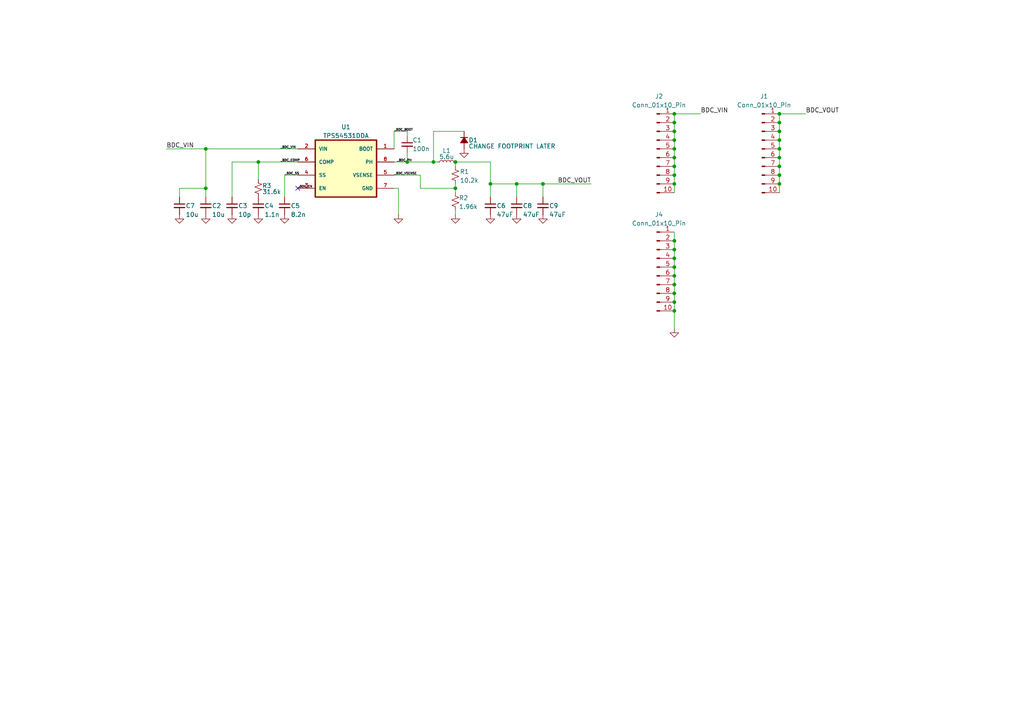
<source format=kicad_sch>
(kicad_sch (version 20250114) (generator "eeschema") (generator_version "9.0")
  (paper "A4")
  (lib_symbols
    (symbol "Connector:Conn_01x10_Pin" (pin_names (offset 1.016) (hide yes))
      (property "Reference" "J" (at 0 12.7 0))
      (property "Value" "Conn_01x10_Pin" (at 0 -15.24 0))
      (symbol "Conn_01x10_Pin_1_1"
        (rectangle (start 0.8636 10.287) (end 0 10.033) (stroke (width 0.1524)) (fill (type outline)))
        (rectangle (start 0.8636 7.747) (end 0 7.493) (stroke (width 0.1524)) (fill (type outline)))
        (rectangle (start 0.8636 5.207) (end 0 4.953) (stroke (width 0.1524)) (fill (type outline)))
        (rectangle (start 0.8636 2.667) (end 0 2.413) (stroke (width 0.1524)) (fill (type outline)))
        (rectangle (start 0.8636 0.127) (end 0 -0.127) (stroke (width 0.1524)) (fill (type outline)))
        (rectangle (start 0.8636 -2.413) (end 0 -2.667) (stroke (width 0.1524)) (fill (type outline)))
        (rectangle (start 0.8636 -4.953) (end 0 -5.207) (stroke (width 0.1524)) (fill (type outline)))
        (rectangle (start 0.8636 -7.493) (end 0 -7.747) (stroke (width 0.1524)) (fill (type outline)))
        (rectangle (start 0.8636 -10.033) (end 0 -10.287) (stroke (width 0.1524)) (fill (type outline)))
        (rectangle (start 0.8636 -12.573) (end 0 -12.827) (stroke (width 0.1524)) (fill (type outline)))
        (polyline (pts (xy 1.27 10.16) (xy 0.8636 10.16)) (stroke (width 0.1524)))
        (polyline (pts (xy 1.27 7.62) (xy 0.8636 7.62)) (stroke (width 0.1524)))
        (polyline (pts (xy 1.27 5.08) (xy 0.8636 5.08)) (stroke (width 0.1524)))
        (polyline (pts (xy 1.27 2.54) (xy 0.8636 2.54)) (stroke (width 0.1524)))
        (polyline (pts (xy 1.27 0) (xy 0.8636 0)) (stroke (width 0.1524)))
        (polyline (pts (xy 1.27 -2.54) (xy 0.8636 -2.54)) (stroke (width 0.1524)))
        (polyline (pts (xy 1.27 -5.08) (xy 0.8636 -5.08)) (stroke (width 0.1524)))
        (polyline (pts (xy 1.27 -7.62) (xy 0.8636 -7.62)) (stroke (width 0.1524)))
        (polyline (pts (xy 1.27 -10.16) (xy 0.8636 -10.16)) (stroke (width 0.1524)))
        (polyline (pts (xy 1.27 -12.7) (xy 0.8636 -12.7)) (stroke (width 0.1524)))
        (pin passive line (at 5.08 10.16 180) (length 3.81) (name "Pin_1") (number "1"))
        (pin passive line (at 5.08 7.62 180) (length 3.81) (name "Pin_2") (number "2"))
        (pin passive line (at 5.08 5.08 180) (length 3.81) (name "Pin_3") (number "3"))
        (pin passive line (at 5.08 2.54 180) (length 3.81) (name "Pin_4") (number "4"))
        (pin passive line (at 5.08 0 180) (length 3.81) (name "Pin_5") (number "5"))
        (pin passive line (at 5.08 -2.54 180) (length 3.81) (name "Pin_6") (number "6"))
        (pin passive line (at 5.08 -5.08 180) (length 3.81) (name "Pin_7") (number "7"))
        (pin passive line (at 5.08 -7.62 180) (length 3.81) (name "Pin_8") (number "8"))
        (pin passive line (at 5.08 -10.16 180) (length 3.81) (name "Pin_9") (number "9"))
        (pin passive line (at 5.08 -12.7 180) (length 3.81) (name "Pin_10") (number "10"))
      )
    )
    (symbol "Device:C_Small" (pin_numbers (hide yes)) (pin_names (offset 0.254) (hide yes))
      (property "Reference" "C" (at 0.254 1.778 0))
      (property "Value" "C_Small" (at 0.254 -2.032 0))
      (symbol "C_Small_0_1"
        (polyline (pts (xy -1.524 0.508) (xy 1.524 0.508)) (stroke (width 0.3048)))
        (polyline (pts (xy -1.524 -0.508) (xy 1.524 -0.508)) (stroke (width 0.3302)))
      )
      (symbol "C_Small_1_1"
        (pin passive line (at 0 2.54 270) (length 2.032) (name "~") (number "1"))
        (pin passive line (at 0 -2.54 90) (length 2.032) (name "~") (number "2"))
      )
    )
    (symbol "Device:D_Small_Filled" (pin_numbers (hide yes)) (pin_names (offset 0.254) (hide yes))
      (property "Reference" "D" (at -1.27 2.032 0))
      (property "Value" "D_Small_Filled" (at -3.81 -2.032 0))
      (symbol "D_Small_Filled_0_1"
        (polyline (pts (xy -0.762 0) (xy 0.762 0)))
        (polyline (pts (xy -0.762 -1.016) (xy -0.762 1.016)) (stroke (width 0.254)))
        (polyline (pts (xy 0.762 -1.016) (xy -0.762 0) (xy 0.762 1.016) (xy 0.762 -1.016)) (stroke (width 0.254)) (fill (type outline)))
      )
      (symbol "D_Small_Filled_1_1"
        (pin passive line (at -2.54 0 0) (length 1.778) (name "K") (number "1"))
        (pin passive line (at 2.54 0 180) (length 1.778) (name "A") (number "2"))
      )
    )
    (symbol "Device:L_Small" (pin_numbers (hide yes)) (pin_names (offset 0.254) (hide yes))
      (property "Reference" "L" (at 0.762 1.016 0))
      (property "Value" "L_Small" (at 0.762 -1.016 0))
      (symbol "L_Small_0_1"
        (arc (start 0 2.032) (mid 0.5058 1.524) (end 0 1.016))
        (arc (start 0 1.016) (mid 0.5058 0.508) (end 0 0))
        (arc (start 0 0) (mid 0.5058 -0.508) (end 0 -1.016))
        (arc (start 0 -1.016) (mid 0.5058 -1.524) (end 0 -2.032))
      )
      (symbol "L_Small_1_1"
        (pin passive line (at 0 2.54 270) (length 0.508) (name "~") (number "1"))
        (pin passive line (at 0 -2.54 90) (length 0.508) (name "~") (number "2"))
      )
    )
    (symbol "Device:R_Small_US" (pin_numbers (hide yes)) (pin_names (offset 0.254) (hide yes))
      (property "Reference" "R" (at 0.762 0.508 0))
      (property "Value" "R_Small_US" (at 0.762 -1.016 0))
      (symbol "R_Small_US_1_1"
        (polyline (pts (xy 0 1.524) (xy 1.016 1.143) (xy 0 0.762) (xy -1.016 0.381) (xy 0 0)))
        (polyline (pts (xy 0 0) (xy 1.016 -0.381) (xy 0 -0.762) (xy -1.016 -1.143) (xy 0 -1.524)))
        (pin passive line (at 0 2.54 270) (length 1.016) (name "~") (number "1"))
        (pin passive line (at 0 -2.54 90) (length 1.016) (name "~") (number "2"))
      )
    )
    (symbol "TPS54531DDA:TPS54531DDA" (pin_names (offset 1.016))
      (property "Reference" "U" (at -0.762 9.652 0))
      (property "Value" "TPS54531DDA" (at -6.604 7.874 0))
      (symbol "TPS54531DDA_0_0"
        (rectangle (start -8.89 7.62) (end 8.89 -8.89) (stroke (width 0.41)) (fill (type background)))
        (pin input line (at -13.97 5.08 0) (length 5.08) (name "VIN") (number "2"))
        (pin output line (at -13.97 1.27 0) (length 5.08) (name "COMP") (number "6"))
        (pin input line (at -13.97 -2.54 0) (length 5.08) (name "SS") (number "4"))
        (pin input line (at -13.97 -6.35 0) (length 5.08) (name "EN") (number "3"))
        (pin output line (at 13.97 5.08 180) (length 5.08) (name "BOOT") (number "1"))
        (pin output line (at 13.97 1.27 180) (length 5.08) (name "PH") (number "8"))
        (pin input line (at 13.97 -2.54 180) (length 5.08) (name "VSENSE") (number "5"))
        (pin power_in line (at 13.97 -6.35 180) (length 5.08) (name "GND") (number "7"))
      )
    )
    (symbol "power_modified:GND" (power) (pin_numbers (hide yes)) (pin_names (offset 0) (hide yes))
      (symbol "GND_0_1"
        (polyline (pts (xy 0 0) (xy 0 -1.27) (xy 1.27 -1.27) (xy 0 -2.54) (xy -1.27 -1.27) (xy 0 -1.27)))
      )
      (symbol "GND_1_1"
        (pin power_in line (at 0 0 270) (length 0) (name "~") (number "1"))
      )
    )
  )
  (junction (at 195.58 87.63))
  (junction (at 226.06 48.26))
  (junction (at 195.58 33.02))
  (junction (at 157.48 53.34))
  (junction (at 195.58 35.56))
  (junction (at 195.58 80.01))
  (junction (at 195.58 48.26))
  (junction (at 132.08 54.61))
  (junction (at 195.58 90.17))
  (junction (at 149.86 53.34))
  (junction (at 226.06 45.72))
  (junction (at 195.58 85.09))
  (junction (at 59.69 54.61))
  (junction (at 195.58 40.64))
  (junction (at 226.06 40.64))
  (junction (at 132.08 46.99))
  (junction (at 195.58 45.72))
  (junction (at 195.58 69.85))
  (junction (at 226.06 50.8))
  (junction (at 195.58 38.1))
  (junction (at 195.58 77.47))
  (junction (at 226.06 43.18))
  (junction (at 195.58 72.39))
  (junction (at 74.93 46.99))
  (junction (at 125.73 46.99))
  (junction (at 195.58 43.18))
  (junction (at 226.06 53.34))
  (junction (at 118.11 46.99))
  (junction (at 195.58 74.93))
  (junction (at 59.69 43.18))
  (junction (at 195.58 53.34))
  (junction (at 195.58 50.8))
  (junction (at 226.06 33.02))
  (junction (at 226.06 35.56))
  (junction (at 195.58 82.55))
  (junction (at 226.06 38.1))
  (junction (at 142.24 53.34))
  (no_connect (at 86.36 54.61))
  (wire (pts (xy 226.06 53.34) (xy 226.06 55.88)))
  (wire (pts (xy 226.06 45.72) (xy 226.06 48.26)))
  (wire (pts (xy 118.11 38.1) (xy 114.3 38.1)))
  (wire (pts (xy 121.92 54.61) (xy 132.08 54.61)))
  (wire (pts (xy 82.55 57.15) (xy 82.55 50.8)))
  (wire (pts (xy 118.11 46.99) (xy 125.73 46.99)))
  (wire (pts (xy 195.58 90.17) (xy 195.58 95.25)))
  (wire (pts (xy 226.06 33.02) (xy 226.06 35.56)))
  (wire (pts (xy 195.58 33.02) (xy 195.58 35.56)))
  (wire (pts (xy 149.86 53.34) (xy 149.86 57.15)))
  (wire (pts (xy 195.58 69.85) (xy 195.58 72.39)))
  (wire (pts (xy 132.08 46.99) (xy 132.08 48.26)))
  (wire (pts (xy 149.86 53.34) (xy 157.48 53.34)))
  (wire (pts (xy 226.06 40.64) (xy 226.06 43.18)))
  (wire (pts (xy 226.06 38.1) (xy 226.06 40.64)))
  (wire (pts (xy 74.93 46.99) (xy 74.93 52.07)))
  (wire (pts (xy 82.55 50.8) (xy 86.36 50.8)))
  (wire (pts (xy 142.24 53.34) (xy 142.24 46.99)))
  (wire (pts (xy 195.58 45.72) (xy 195.58 48.26)))
  (wire (pts (xy 115.57 62.23) (xy 115.57 54.61)))
  (wire (pts (xy 226.06 50.8) (xy 226.06 53.34)))
  (wire (pts (xy 59.69 54.61) (xy 52.07 54.61)))
  (wire (pts (xy 195.58 72.39) (xy 195.58 74.93)))
  (wire (pts (xy 195.58 43.18) (xy 195.58 45.72)))
  (wire (pts (xy 121.92 50.8) (xy 121.92 54.61)))
  (wire (pts (xy 195.58 40.64) (xy 195.58 43.18)))
  (wire (pts (xy 195.58 82.55) (xy 195.58 85.09)))
  (wire (pts (xy 48.26 43.18) (xy 59.69 43.18)))
  (wire (pts (xy 226.06 35.56) (xy 226.06 38.1)))
  (wire (pts (xy 195.58 74.93) (xy 195.58 77.47)))
  (wire (pts (xy 142.24 57.15) (xy 142.24 53.34)))
  (wire (pts (xy 118.11 46.99) (xy 118.11 44.45)))
  (wire (pts (xy 233.68 33.02) (xy 226.06 33.02)))
  (wire (pts (xy 171.45 53.34) (xy 157.48 53.34)))
  (wire (pts (xy 115.57 54.61) (xy 114.3 54.61)))
  (wire (pts (xy 195.58 38.1) (xy 195.58 40.64)))
  (wire (pts (xy 52.07 54.61) (xy 52.07 57.15)))
  (wire (pts (xy 226.06 43.18) (xy 226.06 45.72)))
  (wire (pts (xy 67.31 46.99) (xy 74.93 46.99)))
  (wire (pts (xy 114.3 50.8) (xy 121.92 50.8)))
  (wire (pts (xy 195.58 87.63) (xy 195.58 90.17)))
  (wire (pts (xy 195.58 33.02) (xy 203.2 33.02)))
  (wire (pts (xy 132.08 54.61) (xy 132.08 55.88)))
  (wire (pts (xy 149.86 53.34) (xy 142.24 53.34)))
  (wire (pts (xy 195.58 80.01) (xy 195.58 82.55)))
  (wire (pts (xy 195.58 67.31) (xy 195.58 69.85)))
  (wire (pts (xy 195.58 35.56) (xy 195.58 38.1)))
  (wire (pts (xy 132.08 62.23) (xy 132.08 60.96)))
  (wire (pts (xy 195.58 48.26) (xy 195.58 50.8)))
  (wire (pts (xy 195.58 77.47) (xy 195.58 80.01)))
  (wire (pts (xy 125.73 46.99) (xy 127 46.99)))
  (wire (pts (xy 74.93 46.99) (xy 86.36 46.99)))
  (wire (pts (xy 195.58 53.34) (xy 195.58 55.88)))
  (wire (pts (xy 59.69 43.18) (xy 59.69 54.61)))
  (wire (pts (xy 118.11 39.37) (xy 118.11 38.1)))
  (wire (pts (xy 226.06 48.26) (xy 226.06 50.8)))
  (wire (pts (xy 114.3 46.99) (xy 118.11 46.99)))
  (wire (pts (xy 125.73 38.1) (xy 134.62 38.1)))
  (wire (pts (xy 142.24 46.99) (xy 132.08 46.99)))
  (wire (pts (xy 125.73 38.1) (xy 125.73 46.99)))
  (wire (pts (xy 59.69 43.18) (xy 86.36 43.18)))
  (wire (pts (xy 67.31 57.15) (xy 67.31 46.99)))
  (wire (pts (xy 195.58 50.8) (xy 195.58 53.34)))
  (wire (pts (xy 132.08 53.34) (xy 132.08 54.61)))
  (wire (pts (xy 195.58 85.09) (xy 195.58 87.63)))
  (wire (pts (xy 59.69 54.61) (xy 59.69 57.15)))
  (wire (pts (xy 157.48 57.15) (xy 157.48 53.34)))
  (wire (pts (xy 114.3 38.1) (xy 114.3 43.18)))
  (label "BDC_VOUT" (at 171.45 53.34 180))
  (label "_BDC_BOOT" (at 114.3 38.1 0) (effects (font (size 0.635 0.635))))
  (label "_BDC_PH" (at 115.1178 46.99 0) (effects (font (size 0.635 0.635))))
  (label "_BDC_VIN" (at 81.28 43.18 0) (effects (font (size 0.635 0.635))))
  (label "BDC_VIN" (at 48.26 43.18 0))
  (label "_BDC_EN" (at 86.36 54.61 0) (effects (font (size 0.635 0.635))))
  (label "BDC_VOUT" (at 233.68 33.02 0))
  (label "_BDC_VSENSE" (at 114.3 50.8 0) (effects (font (size 0.635 0.635))))
  (label "_BDC_SS" (at 82.55 50.8 0) (effects (font (size 0.635 0.635))))
  (label "BDC_VIN" (at 203.2 33.02 0))
  (label "_BDC_COMP" (at 81.28 46.99 0) (effects (font (size 0.635 0.635))))
  (symbol (lib_id "Connector:Conn_01x10_Pin") (at 190.5 43.18 0) (unit 1)
    (property "Reference" "J2" (at 191.135 27.94 0))
    (property "Value" "Conn_01x10_Pin" (at 191.135 30.48 0))
    (property "Footprint" "Connector_PinHeader_2.54mm:PinHeader_1x10_P2.54mm_Vertical" (effects (hide yes)))
    (property "Description" "Generic connector, single row, 01x10, script generated" (effects (hide yes)))
  )
  (symbol (lib_id "Device:C_Small") (at 82.55 59.69 0) (unit 1)
    (property "Reference" "C5" (at 84.328 59.69 0) (effects (justify left)))
    (property "Value" "8.2n" (at 84.328 62.23 0) (effects (justify left)))
    (property "Footprint" "Capacitor_SMD:C_0805_2012Metric" (effects (hide yes)))
    (property "Description" "Unpolarized capacitor, small symbol" (effects (hide yes)))
  )
  (symbol (lib_id "power_modified:GND") (at 59.69 62.23 0) (unit 1)
    (property "Reference" "#PWR07" (effects (hide yes)))
    (property "Value" "GND" (effects (hide yes)))
    (property "Description" "Power symbol creates a global label with name \"GND\" , ground" (effects (hide yes)))
  )
  (symbol (lib_id "Device:C_Small") (at 67.31 59.69 0) (unit 1)
    (property "Reference" "C3" (at 69.088 59.69 0) (effects (justify left)))
    (property "Value" "10p" (at 69.088 62.23 0) (effects (justify left)))
    (property "Footprint" "Capacitor_SMD:C_0805_2012Metric" (effects (hide yes)))
    (property "Description" "Unpolarized capacitor, small symbol" (effects (hide yes)))
  )
  (symbol (lib_id "Connector:Conn_01x10_Pin") (at 220.98 43.18 0) (unit 1)
    (property "Reference" "J1" (at 221.615 27.94 0))
    (property "Value" "Conn_01x10_Pin" (at 221.615 30.48 0))
    (property "Footprint" "Connector_PinHeader_2.54mm:PinHeader_1x10_P2.54mm_Vertical" (effects (hide yes)))
    (property "Description" "Generic connector, single row, 01x10, script generated" (effects (hide yes)))
  )
  (symbol (lib_id "power_modified:GND") (at 149.86 62.23 0) (unit 1)
    (property "Reference" "#PWR010" (effects (hide yes)))
    (property "Value" "GND" (effects (hide yes)))
    (property "Description" "Power symbol creates a global label with name \"GND\" , ground" (effects (hide yes)))
  )
  (symbol (lib_id "power_modified:GND") (at 134.62 43.18 0) (unit 1)
    (property "Reference" "#PWR01" (effects (hide yes)))
    (property "Value" "GND" (effects (hide yes)))
    (property "Description" "Power symbol creates a global label with name \"GND\" , ground" (effects (hide yes)))
  )
  (symbol (lib_id "power_modified:GND") (at 195.58 95.25 0) (unit 1)
    (property "Reference" "#PWR012" (effects (hide yes)))
    (property "Value" "GND" (effects (hide yes)))
    (property "Description" "Power symbol creates a global label with name \"GND\" , ground" (effects (hide yes)))
  )
  (symbol (lib_id "Device:C_Small") (at 59.69 59.69 0) (unit 1)
    (property "Reference" "C2" (at 61.468 59.69 0) (effects (justify left)))
    (property "Value" "10u" (at 61.468 62.23 0) (effects (justify left)))
    (property "Footprint" "Capacitor_SMD:C_0805_2012Metric" (effects (hide yes)))
    (property "Description" "Unpolarized capacitor, small symbol" (effects (hide yes)))
  )
  (symbol (lib_id "Device:R_Small_US") (at 132.08 58.42 0) (unit 1)
    (property "Reference" "R2" (at 133.096 57.404 0) (effects (justify left)))
    (property "Value" "1.96k" (at 133.096 59.944 0) (effects (justify left)))
    (property "Footprint" "Resistor_SMD:R_0805_2012Metric" (effects (hide yes)))
    (property "Description" "Resistor, small US symbol" (effects (hide yes)))
  )
  (symbol (lib_id "Device:C_Small") (at 157.48 59.69 0) (unit 1)
    (property "Reference" "C9" (at 159.258 59.69 0) (effects (justify left)))
    (property "Value" "47uF" (at 159.258 62.23 0) (effects (justify left)))
    (property "Footprint" "Capacitor_SMD:C_0805_2012Metric" (effects (hide yes)))
    (property "Description" "Unpolarized capacitor, small symbol" (effects (hide yes)))
  )
  (symbol (lib_id "power_modified:GND") (at 74.93 62.23 0) (unit 1)
    (property "Reference" "#PWR05" (effects (hide yes)))
    (property "Value" "GND" (effects (hide yes)))
    (property "Description" "Power symbol creates a global label with name \"GND\" , ground" (effects (hide yes)))
  )
  (symbol (lib_id "power_modified:GND") (at 115.57 62.23 0) (unit 1)
    (property "Reference" "#PWR03" (effects (hide yes)))
    (property "Value" "GND" (effects (hide yes)))
    (property "Description" "Power symbol creates a global label with name \"GND\" , ground" (effects (hide yes)))
  )
  (symbol (lib_id "Device:R_Small_US") (at 132.08 50.8 0) (unit 1)
    (property "Reference" "R1" (at 133.35 49.784 0) (effects (justify left)))
    (property "Value" "10.2k" (at 133.35 52.324 0) (effects (justify left)))
    (property "Footprint" "Resistor_SMD:R_0805_2012Metric" (effects (hide yes)))
    (property "Description" "Resistor, small US symbol" (effects (hide yes)))
  )
  (symbol (lib_id "power_modified:GND") (at 142.24 62.23 0) (unit 1)
    (property "Reference" "#PWR09" (effects (hide yes)))
    (property "Value" "GND" (effects (hide yes)))
    (property "Description" "Power symbol creates a global label with name \"GND\" , ground" (effects (hide yes)))
  )
  (symbol (lib_id "Device:L_Small") (at 129.54 46.99 90) (unit 1)
    (property "Reference" "L1" (at 129.54 43.688 90))
    (property "Value" "5.6u" (at 129.54 45.466 90))
    (property "Footprint" "Inductor_SMD:L_APV_ANR4018" (effects (hide yes)))
    (property "Description" "Inductor, small symbol" (effects (hide yes)))
  )
  (symbol (lib_id "Connector:Conn_01x10_Pin") (at 190.5 77.47 0) (unit 1)
    (property "Reference" "J4" (at 191.135 62.23 0))
    (property "Value" "Conn_01x10_Pin" (at 191.135 64.77 0))
    (property "Footprint" "Connector_PinHeader_2.54mm:PinHeader_1x10_P2.54mm_Vertical" (effects (hide yes)))
    (property "Description" "Generic connector, single row, 01x10, script generated" (effects (hide yes)))
  )
  (symbol (lib_id "Device:C_Small") (at 142.24 59.69 0) (unit 1)
    (property "Reference" "C6" (at 144.018 59.69 0) (effects (justify left)))
    (property "Value" "47uF" (at 144.018 62.23 0) (effects (justify left)))
    (property "Footprint" "Capacitor_SMD:C_0805_2012Metric" (effects (hide yes)))
    (property "Description" "Unpolarized capacitor, small symbol" (effects (hide yes)))
  )
  (symbol (lib_id "power_modified:GND") (at 157.48 62.23 0) (unit 1)
    (property "Reference" "#PWR011" (effects (hide yes)))
    (property "Value" "GND" (effects (hide yes)))
    (property "Description" "Power symbol creates a global label with name \"GND\" , ground" (effects (hide yes)))
  )
  (symbol (lib_id "power_modified:GND") (at 132.08 62.23 0) (unit 1)
    (property "Reference" "#PWR02" (effects (hide yes)))
    (property "Value" "GND" (effects (hide yes)))
    (property "Description" "Power symbol creates a global label with name \"GND\" , ground" (effects (hide yes)))
  )
  (symbol (lib_id "Device:R_Small_US") (at 74.93 54.61 180) (unit 1)
    (property "Reference" "R3" (at 78.74 53.848 0) (effects (justify left)))
    (property "Value" "31.6k" (at 81.534 55.626 0) (effects (justify left)))
    (property "Footprint" "Resistor_SMD:R_0805_2012Metric" (effects (hide yes)))
    (property "Description" "Resistor, small US symbol" (effects (hide yes)))
  )
  (symbol (lib_id "Device:C_Small") (at 74.93 59.69 0) (unit 1)
    (property "Reference" "C4" (at 76.708 59.69 0) (effects (justify left)))
    (property "Value" "1.1n" (at 76.708 62.23 0) (effects (justify left)))
    (property "Footprint" "Capacitor_SMD:C_0805_2012Metric" (effects (hide yes)))
    (property "Description" "Unpolarized capacitor, small symbol" (effects (hide yes)))
  )
  (symbol (lib_id "Device:D_Small_Filled") (at 134.62 40.64 270) (unit 1)
    (property "Reference" "D1" (at 135.89 40.64 90) (effects (justify left)))
    (property "Value" "CHANGE FOOTPRINT LATER" (at 135.89 42.418 90) (effects (justify left)))
    (property "Footprint" "Diode_SMD:D_0805_2012Metric" (effects (hide yes)))
    (property "Description" "Diode, small symbol, filled shape" (effects (hide yes)))
    (property "Sim.Device" "D" (effects (hide yes)))
    (property "Sim.Pins" "1=K 2=A" (effects (hide yes)))
  )
  (symbol (lib_id "TPS54531DDA:TPS54531DDA") (at 100.33 48.26 0) (unit 1)
    (property "Reference" "U1" (at 100.33 36.83 0))
    (property "Value" "TPS54531DDA" (at 100.33 39.37 0))
    (property "Footprint" "footprints:VREG_LM5017MR_NOPB" (effects (hide yes)))
  )
  (symbol (lib_id "Device:C_Small") (at 149.86 59.69 0) (unit 1)
    (property "Reference" "C8" (at 151.638 59.69 0) (effects (justify left)))
    (property "Value" "47uF" (at 151.638 62.23 0) (effects (justify left)))
    (property "Footprint" "Capacitor_SMD:C_0805_2012Metric" (effects (hide yes)))
    (property "Description" "Unpolarized capacitor, small symbol" (effects (hide yes)))
  )
  (symbol (lib_id "Device:C_Small") (at 118.11 41.91 0) (unit 1)
    (property "Reference" "C1" (at 119.634 40.64 0) (effects (justify left)))
    (property "Value" "100n" (at 119.634 43.18 0) (effects (justify left)))
    (property "Footprint" "Capacitor_SMD:C_0805_2012Metric" (effects (hide yes)))
    (property "Description" "Unpolarized capacitor, small symbol" (effects (hide yes)))
  )
  (symbol (lib_id "power_modified:GND") (at 82.55 62.23 0) (unit 1)
    (property "Reference" "#PWR04" (effects (hide yes)))
    (property "Value" "GND" (effects (hide yes)))
    (property "Description" "Power symbol creates a global label with name \"GND\" , ground" (effects (hide yes)))
  )
  (symbol (lib_id "Device:C_Small") (at 52.07 59.69 0) (unit 1)
    (property "Reference" "C7" (at 53.848 59.69 0) (effects (justify left)))
    (property "Value" "10u" (at 53.848 62.23 0) (effects (justify left)))
    (property "Footprint" "Capacitor_SMD:C_0805_2012Metric" (effects (hide yes)))
    (property "Description" "Unpolarized capacitor, small symbol" (effects (hide yes)))
  )
  (symbol (lib_id "power_modified:GND") (at 52.07 62.23 0) (unit 1)
    (property "Reference" "#PWR08" (effects (hide yes)))
    (property "Value" "GND" (effects (hide yes)))
    (property "Description" "Power symbol creates a global label with name \"GND\" , ground" (effects (hide yes)))
  )
  (symbol (lib_id "power_modified:GND") (at 67.31 62.23 0) (unit 1)
    (property "Reference" "#PWR06" (effects (hide yes)))
    (property "Value" "GND" (effects (hide yes)))
    (property "Description" "Power symbol creates a global label with name \"GND\" , ground" (effects (hide yes)))
  )
)
</source>
